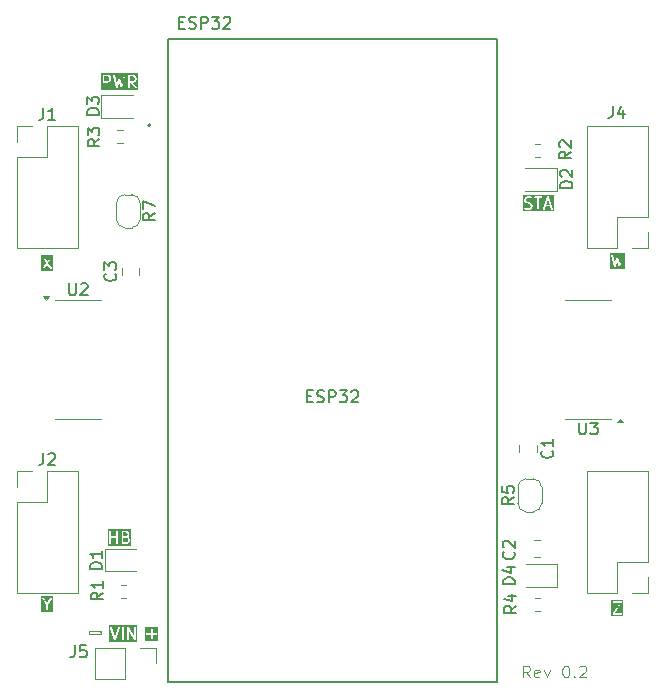
<source format=gbr>
%TF.GenerationSoftware,KiCad,Pcbnew,9.0.0*%
%TF.CreationDate,2025-03-14T15:45:12-07:00*%
%TF.ProjectId,TouchDRO,546f7563-6844-4524-9f2e-6b696361645f,0.2*%
%TF.SameCoordinates,Original*%
%TF.FileFunction,Legend,Top*%
%TF.FilePolarity,Positive*%
%FSLAX46Y46*%
G04 Gerber Fmt 4.6, Leading zero omitted, Abs format (unit mm)*
G04 Created by KiCad (PCBNEW 9.0.0) date 2025-03-14 15:45:12*
%MOMM*%
%LPD*%
G01*
G04 APERTURE LIST*
%ADD10C,0.150000*%
%ADD11C,0.125000*%
%ADD12C,0.120000*%
%ADD13C,0.127000*%
%ADD14C,0.200000*%
G04 APERTURE END LIST*
D10*
G36*
X58932489Y-89211621D02*
G01*
X57801244Y-89211621D01*
X57801244Y-88631367D01*
X57912355Y-88631367D01*
X57912355Y-88660631D01*
X57923554Y-88687667D01*
X57944246Y-88708359D01*
X57971282Y-88719558D01*
X57985914Y-88720999D01*
X58291866Y-88720999D01*
X58291866Y-89026951D01*
X58293307Y-89041583D01*
X58304506Y-89068619D01*
X58325198Y-89089311D01*
X58352234Y-89100510D01*
X58381498Y-89100510D01*
X58408534Y-89089311D01*
X58429226Y-89068619D01*
X58440425Y-89041583D01*
X58441866Y-89026951D01*
X58441866Y-88720999D01*
X58747819Y-88720999D01*
X58762451Y-88719558D01*
X58789487Y-88708359D01*
X58810179Y-88687667D01*
X58821378Y-88660631D01*
X58821378Y-88631367D01*
X58810179Y-88604331D01*
X58789487Y-88583639D01*
X58762451Y-88572440D01*
X58747819Y-88570999D01*
X58441866Y-88570999D01*
X58441866Y-88265047D01*
X58440425Y-88250415D01*
X58429226Y-88223379D01*
X58408534Y-88202687D01*
X58381498Y-88191488D01*
X58352234Y-88191488D01*
X58325198Y-88202687D01*
X58304506Y-88223379D01*
X58293307Y-88250415D01*
X58291866Y-88265047D01*
X58291866Y-88570999D01*
X57985914Y-88570999D01*
X57971282Y-88572440D01*
X57944246Y-88583639D01*
X57923554Y-88604331D01*
X57912355Y-88631367D01*
X57801244Y-88631367D01*
X57801244Y-88080377D01*
X58932489Y-88080377D01*
X58932489Y-89211621D01*
G37*
D11*
X90384571Y-92327119D02*
X90051238Y-91850928D01*
X89813143Y-92327119D02*
X89813143Y-91327119D01*
X89813143Y-91327119D02*
X90194095Y-91327119D01*
X90194095Y-91327119D02*
X90289333Y-91374738D01*
X90289333Y-91374738D02*
X90336952Y-91422357D01*
X90336952Y-91422357D02*
X90384571Y-91517595D01*
X90384571Y-91517595D02*
X90384571Y-91660452D01*
X90384571Y-91660452D02*
X90336952Y-91755690D01*
X90336952Y-91755690D02*
X90289333Y-91803309D01*
X90289333Y-91803309D02*
X90194095Y-91850928D01*
X90194095Y-91850928D02*
X89813143Y-91850928D01*
X91194095Y-92279500D02*
X91098857Y-92327119D01*
X91098857Y-92327119D02*
X90908381Y-92327119D01*
X90908381Y-92327119D02*
X90813143Y-92279500D01*
X90813143Y-92279500D02*
X90765524Y-92184261D01*
X90765524Y-92184261D02*
X90765524Y-91803309D01*
X90765524Y-91803309D02*
X90813143Y-91708071D01*
X90813143Y-91708071D02*
X90908381Y-91660452D01*
X90908381Y-91660452D02*
X91098857Y-91660452D01*
X91098857Y-91660452D02*
X91194095Y-91708071D01*
X91194095Y-91708071D02*
X91241714Y-91803309D01*
X91241714Y-91803309D02*
X91241714Y-91898547D01*
X91241714Y-91898547D02*
X90765524Y-91993785D01*
X91575048Y-91660452D02*
X91813143Y-92327119D01*
X91813143Y-92327119D02*
X92051238Y-91660452D01*
X93384572Y-91327119D02*
X93479810Y-91327119D01*
X93479810Y-91327119D02*
X93575048Y-91374738D01*
X93575048Y-91374738D02*
X93622667Y-91422357D01*
X93622667Y-91422357D02*
X93670286Y-91517595D01*
X93670286Y-91517595D02*
X93717905Y-91708071D01*
X93717905Y-91708071D02*
X93717905Y-91946166D01*
X93717905Y-91946166D02*
X93670286Y-92136642D01*
X93670286Y-92136642D02*
X93622667Y-92231880D01*
X93622667Y-92231880D02*
X93575048Y-92279500D01*
X93575048Y-92279500D02*
X93479810Y-92327119D01*
X93479810Y-92327119D02*
X93384572Y-92327119D01*
X93384572Y-92327119D02*
X93289334Y-92279500D01*
X93289334Y-92279500D02*
X93241715Y-92231880D01*
X93241715Y-92231880D02*
X93194096Y-92136642D01*
X93194096Y-92136642D02*
X93146477Y-91946166D01*
X93146477Y-91946166D02*
X93146477Y-91708071D01*
X93146477Y-91708071D02*
X93194096Y-91517595D01*
X93194096Y-91517595D02*
X93241715Y-91422357D01*
X93241715Y-91422357D02*
X93289334Y-91374738D01*
X93289334Y-91374738D02*
X93384572Y-91327119D01*
X94146477Y-92231880D02*
X94194096Y-92279500D01*
X94194096Y-92279500D02*
X94146477Y-92327119D01*
X94146477Y-92327119D02*
X94098858Y-92279500D01*
X94098858Y-92279500D02*
X94146477Y-92231880D01*
X94146477Y-92231880D02*
X94146477Y-92327119D01*
X94575048Y-91422357D02*
X94622667Y-91374738D01*
X94622667Y-91374738D02*
X94717905Y-91327119D01*
X94717905Y-91327119D02*
X94956000Y-91327119D01*
X94956000Y-91327119D02*
X95051238Y-91374738D01*
X95051238Y-91374738D02*
X95098857Y-91422357D01*
X95098857Y-91422357D02*
X95146476Y-91517595D01*
X95146476Y-91517595D02*
X95146476Y-91612833D01*
X95146476Y-91612833D02*
X95098857Y-91755690D01*
X95098857Y-91755690D02*
X94527429Y-92327119D01*
X94527429Y-92327119D02*
X95146476Y-92327119D01*
D10*
G36*
X54159621Y-88758244D02*
G01*
X53028377Y-88758244D01*
X53028377Y-88557501D01*
X53139488Y-88557501D01*
X53139488Y-88586765D01*
X53150687Y-88613801D01*
X53171379Y-88634493D01*
X53198415Y-88645692D01*
X53213047Y-88647133D01*
X53974951Y-88647133D01*
X53989583Y-88645692D01*
X54016619Y-88634493D01*
X54037311Y-88613801D01*
X54048510Y-88586765D01*
X54048510Y-88557501D01*
X54037311Y-88530465D01*
X54016619Y-88509773D01*
X53989583Y-88498574D01*
X53974951Y-88497133D01*
X53213047Y-88497133D01*
X53198415Y-88498574D01*
X53171379Y-88509773D01*
X53150687Y-88530465D01*
X53139488Y-88557501D01*
X53028377Y-88557501D01*
X53028377Y-88386022D01*
X54159621Y-88386022D01*
X54159621Y-88758244D01*
G37*
X92260380Y-73115466D02*
X92308000Y-73163085D01*
X92308000Y-73163085D02*
X92355619Y-73305942D01*
X92355619Y-73305942D02*
X92355619Y-73401180D01*
X92355619Y-73401180D02*
X92308000Y-73544037D01*
X92308000Y-73544037D02*
X92212761Y-73639275D01*
X92212761Y-73639275D02*
X92117523Y-73686894D01*
X92117523Y-73686894D02*
X91927047Y-73734513D01*
X91927047Y-73734513D02*
X91784190Y-73734513D01*
X91784190Y-73734513D02*
X91593714Y-73686894D01*
X91593714Y-73686894D02*
X91498476Y-73639275D01*
X91498476Y-73639275D02*
X91403238Y-73544037D01*
X91403238Y-73544037D02*
X91355619Y-73401180D01*
X91355619Y-73401180D02*
X91355619Y-73305942D01*
X91355619Y-73305942D02*
X91403238Y-73163085D01*
X91403238Y-73163085D02*
X91450857Y-73115466D01*
X92355619Y-72163085D02*
X92355619Y-72734513D01*
X92355619Y-72448799D02*
X91355619Y-72448799D01*
X91355619Y-72448799D02*
X91498476Y-72544037D01*
X91498476Y-72544037D02*
X91593714Y-72639275D01*
X91593714Y-72639275D02*
X91641333Y-72734513D01*
X53896419Y-44680094D02*
X52896419Y-44680094D01*
X52896419Y-44680094D02*
X52896419Y-44441999D01*
X52896419Y-44441999D02*
X52944038Y-44299142D01*
X52944038Y-44299142D02*
X53039276Y-44203904D01*
X53039276Y-44203904D02*
X53134514Y-44156285D01*
X53134514Y-44156285D02*
X53324990Y-44108666D01*
X53324990Y-44108666D02*
X53467847Y-44108666D01*
X53467847Y-44108666D02*
X53658323Y-44156285D01*
X53658323Y-44156285D02*
X53753561Y-44203904D01*
X53753561Y-44203904D02*
X53848800Y-44299142D01*
X53848800Y-44299142D02*
X53896419Y-44441999D01*
X53896419Y-44441999D02*
X53896419Y-44680094D01*
X52896419Y-43775332D02*
X52896419Y-43156285D01*
X52896419Y-43156285D02*
X53277371Y-43489618D01*
X53277371Y-43489618D02*
X53277371Y-43346761D01*
X53277371Y-43346761D02*
X53324990Y-43251523D01*
X53324990Y-43251523D02*
X53372609Y-43203904D01*
X53372609Y-43203904D02*
X53467847Y-43156285D01*
X53467847Y-43156285D02*
X53705942Y-43156285D01*
X53705942Y-43156285D02*
X53801180Y-43203904D01*
X53801180Y-43203904D02*
X53848800Y-43251523D01*
X53848800Y-43251523D02*
X53896419Y-43346761D01*
X53896419Y-43346761D02*
X53896419Y-43632475D01*
X53896419Y-43632475D02*
X53848800Y-43727713D01*
X53848800Y-43727713D02*
X53801180Y-43775332D01*
G36*
X56867287Y-41474077D02*
G01*
X56897694Y-41504484D01*
X56931952Y-41573000D01*
X56931952Y-41680447D01*
X56897694Y-41748963D01*
X56867287Y-41779370D01*
X56798771Y-41813628D01*
X56510524Y-41813628D01*
X56510524Y-41439819D01*
X56798771Y-41439819D01*
X56867287Y-41474077D01*
G37*
G36*
X54724430Y-41474077D02*
G01*
X54754837Y-41504484D01*
X54789095Y-41573000D01*
X54789095Y-41680447D01*
X54754837Y-41748963D01*
X54724430Y-41779370D01*
X54655914Y-41813628D01*
X54367667Y-41813628D01*
X54367667Y-41439819D01*
X54655914Y-41439819D01*
X54724430Y-41474077D01*
G37*
G36*
X57193063Y-42550913D02*
G01*
X54106556Y-42550913D01*
X54106556Y-41364819D01*
X54217667Y-41364819D01*
X54217667Y-42364819D01*
X54219108Y-42379451D01*
X54230307Y-42406487D01*
X54250999Y-42427179D01*
X54278035Y-42438378D01*
X54307299Y-42438378D01*
X54334335Y-42427179D01*
X54355027Y-42406487D01*
X54366226Y-42379451D01*
X54367667Y-42364819D01*
X54367667Y-41963628D01*
X54673619Y-41963628D01*
X54688251Y-41962187D01*
X54690740Y-41961155D01*
X54693428Y-41960965D01*
X54707160Y-41955710D01*
X54802398Y-41908091D01*
X54808697Y-41904126D01*
X54810525Y-41903369D01*
X54812581Y-41901680D01*
X54814841Y-41900259D01*
X54816140Y-41898760D01*
X54821890Y-41894042D01*
X54869509Y-41846423D01*
X54874227Y-41840673D01*
X54875726Y-41839374D01*
X54877147Y-41837114D01*
X54878836Y-41835058D01*
X54879593Y-41833230D01*
X54883558Y-41826931D01*
X54931177Y-41731693D01*
X54936432Y-41717962D01*
X54936623Y-41715272D01*
X54937654Y-41712784D01*
X54939095Y-41698152D01*
X54939095Y-41555295D01*
X54937654Y-41540663D01*
X54936623Y-41538174D01*
X54936432Y-41535485D01*
X54931177Y-41521754D01*
X54883558Y-41426516D01*
X54879593Y-41420216D01*
X54878836Y-41418389D01*
X54877147Y-41416332D01*
X54875726Y-41414073D01*
X54874227Y-41412773D01*
X54869509Y-41407024D01*
X54830108Y-41367623D01*
X55122481Y-41367623D01*
X55124469Y-41382191D01*
X55362564Y-42382191D01*
X55364293Y-42387210D01*
X55364533Y-42389012D01*
X55365475Y-42390640D01*
X55367354Y-42396091D01*
X55373740Y-42404915D01*
X55379195Y-42414337D01*
X55382252Y-42416677D01*
X55384511Y-42419798D01*
X55393786Y-42425505D01*
X55402433Y-42432124D01*
X55406153Y-42433116D01*
X55409433Y-42435134D01*
X55420187Y-42436858D01*
X55430709Y-42439664D01*
X55434524Y-42439157D01*
X55438328Y-42439767D01*
X55448926Y-42437243D01*
X55459717Y-42435810D01*
X55463048Y-42433881D01*
X55466796Y-42432989D01*
X55475620Y-42426602D01*
X55485042Y-42421148D01*
X55487382Y-42418090D01*
X55490503Y-42415832D01*
X55496210Y-42406556D01*
X55502829Y-42397910D01*
X55504854Y-42392510D01*
X55505839Y-42390910D01*
X55506126Y-42389118D01*
X55507992Y-42384144D01*
X55625999Y-41941613D01*
X55744008Y-42384144D01*
X55745873Y-42389119D01*
X55746161Y-42390910D01*
X55747145Y-42392509D01*
X55749171Y-42397911D01*
X55755791Y-42406559D01*
X55761497Y-42415832D01*
X55764617Y-42418090D01*
X55766958Y-42421148D01*
X55776379Y-42426602D01*
X55785204Y-42432989D01*
X55788951Y-42433881D01*
X55792283Y-42435810D01*
X55803076Y-42437244D01*
X55813672Y-42439767D01*
X55817473Y-42439157D01*
X55821292Y-42439665D01*
X55831823Y-42436856D01*
X55842567Y-42435134D01*
X55845843Y-42433118D01*
X55849567Y-42432125D01*
X55858217Y-42425503D01*
X55867489Y-42419798D01*
X55869747Y-42416677D01*
X55872805Y-42414337D01*
X55878260Y-42404914D01*
X55884646Y-42396091D01*
X55886523Y-42390642D01*
X55887467Y-42389013D01*
X55887706Y-42387209D01*
X55889436Y-42382191D01*
X56127532Y-41382191D01*
X56129520Y-41367623D01*
X56129070Y-41364819D01*
X56360524Y-41364819D01*
X56360524Y-42364819D01*
X56361965Y-42379451D01*
X56373164Y-42406487D01*
X56393856Y-42427179D01*
X56420892Y-42438378D01*
X56450156Y-42438378D01*
X56477192Y-42427179D01*
X56497884Y-42406487D01*
X56509083Y-42379451D01*
X56510524Y-42364819D01*
X56510524Y-41963628D01*
X56634570Y-41963628D01*
X56945510Y-42407829D01*
X56955081Y-42418989D01*
X56979760Y-42434716D01*
X57008577Y-42439802D01*
X57037148Y-42433472D01*
X57061122Y-42416690D01*
X57076849Y-42392012D01*
X57081934Y-42363194D01*
X57075605Y-42334623D01*
X57068395Y-42321810D01*
X56817591Y-41963518D01*
X56831108Y-41962187D01*
X56833597Y-41961155D01*
X56836285Y-41960965D01*
X56850017Y-41955710D01*
X56945255Y-41908091D01*
X56951554Y-41904126D01*
X56953382Y-41903369D01*
X56955438Y-41901680D01*
X56957698Y-41900259D01*
X56958997Y-41898760D01*
X56964747Y-41894042D01*
X57012366Y-41846423D01*
X57017084Y-41840673D01*
X57018583Y-41839374D01*
X57020004Y-41837114D01*
X57021693Y-41835058D01*
X57022450Y-41833230D01*
X57026415Y-41826931D01*
X57074034Y-41731693D01*
X57079289Y-41717962D01*
X57079480Y-41715272D01*
X57080511Y-41712784D01*
X57081952Y-41698152D01*
X57081952Y-41555295D01*
X57080511Y-41540663D01*
X57079480Y-41538174D01*
X57079289Y-41535485D01*
X57074034Y-41521754D01*
X57026415Y-41426516D01*
X57022450Y-41420216D01*
X57021693Y-41418389D01*
X57020004Y-41416332D01*
X57018583Y-41414073D01*
X57017084Y-41412773D01*
X57012366Y-41407024D01*
X56964747Y-41359405D01*
X56958997Y-41354686D01*
X56957698Y-41353188D01*
X56955438Y-41351766D01*
X56953382Y-41350078D01*
X56951554Y-41349320D01*
X56945255Y-41345356D01*
X56850017Y-41297737D01*
X56836285Y-41292482D01*
X56833597Y-41292291D01*
X56831108Y-41291260D01*
X56816476Y-41289819D01*
X56435524Y-41289819D01*
X56420892Y-41291260D01*
X56393856Y-41302459D01*
X56373164Y-41323151D01*
X56361965Y-41350187D01*
X56360524Y-41364819D01*
X56129070Y-41364819D01*
X56124887Y-41338728D01*
X56109551Y-41313806D01*
X56085844Y-41296650D01*
X56057376Y-41289871D01*
X56028481Y-41294504D01*
X56003559Y-41309840D01*
X55986402Y-41333547D01*
X55981612Y-41347448D01*
X55812359Y-42058303D01*
X55698468Y-41631208D01*
X55697182Y-41627780D01*
X55696991Y-41626339D01*
X55695999Y-41624626D01*
X55693305Y-41617442D01*
X55687290Y-41609583D01*
X55682329Y-41601015D01*
X55678470Y-41598061D01*
X55675518Y-41594204D01*
X55666953Y-41589245D01*
X55659091Y-41583227D01*
X55654394Y-41581974D01*
X55650193Y-41579542D01*
X55640386Y-41578239D01*
X55630816Y-41575687D01*
X55625997Y-41576327D01*
X55621185Y-41575688D01*
X55611624Y-41578237D01*
X55601807Y-41579542D01*
X55597601Y-41581976D01*
X55592909Y-41583228D01*
X55585049Y-41589243D01*
X55576482Y-41594204D01*
X55573528Y-41598062D01*
X55569671Y-41601015D01*
X55564712Y-41609580D01*
X55558695Y-41617441D01*
X55555998Y-41624630D01*
X55555009Y-41626340D01*
X55554817Y-41627779D01*
X55553532Y-41631208D01*
X55439640Y-42058303D01*
X55270389Y-41347447D01*
X55265599Y-41333547D01*
X55248442Y-41309840D01*
X55223520Y-41294504D01*
X55194625Y-41289871D01*
X55166157Y-41296649D01*
X55142450Y-41313806D01*
X55127114Y-41338728D01*
X55122481Y-41367623D01*
X54830108Y-41367623D01*
X54821890Y-41359405D01*
X54816140Y-41354686D01*
X54814841Y-41353188D01*
X54812581Y-41351766D01*
X54810525Y-41350078D01*
X54808697Y-41349320D01*
X54802398Y-41345356D01*
X54707160Y-41297737D01*
X54693428Y-41292482D01*
X54690740Y-41292291D01*
X54688251Y-41291260D01*
X54673619Y-41289819D01*
X54292667Y-41289819D01*
X54278035Y-41291260D01*
X54250999Y-41302459D01*
X54230307Y-41323151D01*
X54219108Y-41350187D01*
X54217667Y-41364819D01*
X54106556Y-41364819D01*
X54106556Y-41178708D01*
X57193063Y-41178708D01*
X57193063Y-42550913D01*
G37*
X54150419Y-83135694D02*
X53150419Y-83135694D01*
X53150419Y-83135694D02*
X53150419Y-82897599D01*
X53150419Y-82897599D02*
X53198038Y-82754742D01*
X53198038Y-82754742D02*
X53293276Y-82659504D01*
X53293276Y-82659504D02*
X53388514Y-82611885D01*
X53388514Y-82611885D02*
X53578990Y-82564266D01*
X53578990Y-82564266D02*
X53721847Y-82564266D01*
X53721847Y-82564266D02*
X53912323Y-82611885D01*
X53912323Y-82611885D02*
X54007561Y-82659504D01*
X54007561Y-82659504D02*
X54102800Y-82754742D01*
X54102800Y-82754742D02*
X54150419Y-82897599D01*
X54150419Y-82897599D02*
X54150419Y-83135694D01*
X54150419Y-81611885D02*
X54150419Y-82183313D01*
X54150419Y-81897599D02*
X53150419Y-81897599D01*
X53150419Y-81897599D02*
X53293276Y-81992837D01*
X53293276Y-81992837D02*
X53388514Y-82088075D01*
X53388514Y-82088075D02*
X53436133Y-82183313D01*
G36*
X56323581Y-80562180D02*
G01*
X56350075Y-80588674D01*
X56384333Y-80657190D01*
X56384333Y-80764637D01*
X56350074Y-80833153D01*
X56319667Y-80863561D01*
X56251152Y-80897819D01*
X55962905Y-80897819D01*
X55962905Y-80524009D01*
X56209068Y-80524009D01*
X56323581Y-80562180D01*
G37*
G36*
X56272049Y-80082077D02*
G01*
X56302456Y-80112484D01*
X56336714Y-80181000D01*
X56336714Y-80240828D01*
X56302456Y-80309344D01*
X56272049Y-80339751D01*
X56203533Y-80374009D01*
X55962905Y-80374009D01*
X55962905Y-80047819D01*
X56203533Y-80047819D01*
X56272049Y-80082077D01*
G37*
G36*
X56645444Y-81158930D02*
G01*
X54654175Y-81158930D01*
X54654175Y-79972819D01*
X54765286Y-79972819D01*
X54765286Y-80972819D01*
X54766727Y-80987451D01*
X54777926Y-81014487D01*
X54798618Y-81035179D01*
X54825654Y-81046378D01*
X54854918Y-81046378D01*
X54881954Y-81035179D01*
X54902646Y-81014487D01*
X54913845Y-80987451D01*
X54915286Y-80972819D01*
X54915286Y-80524009D01*
X55336714Y-80524009D01*
X55336714Y-80972819D01*
X55338155Y-80987451D01*
X55349354Y-81014487D01*
X55370046Y-81035179D01*
X55397082Y-81046378D01*
X55426346Y-81046378D01*
X55453382Y-81035179D01*
X55474074Y-81014487D01*
X55485273Y-80987451D01*
X55486714Y-80972819D01*
X55486714Y-79972819D01*
X55812905Y-79972819D01*
X55812905Y-80972819D01*
X55814346Y-80987451D01*
X55825545Y-81014487D01*
X55846237Y-81035179D01*
X55873273Y-81046378D01*
X55887905Y-81047819D01*
X56268857Y-81047819D01*
X56283489Y-81046378D01*
X56285978Y-81045346D01*
X56288666Y-81045156D01*
X56302398Y-81039901D01*
X56397636Y-80992282D01*
X56403935Y-80988317D01*
X56405763Y-80987560D01*
X56407819Y-80985872D01*
X56410079Y-80984450D01*
X56411379Y-80982950D01*
X56417129Y-80978232D01*
X56464747Y-80930613D01*
X56469465Y-80924863D01*
X56470964Y-80923564D01*
X56472385Y-80921305D01*
X56474075Y-80919247D01*
X56474832Y-80917417D01*
X56478796Y-80911121D01*
X56526415Y-80815883D01*
X56531670Y-80802152D01*
X56531861Y-80799462D01*
X56532892Y-80796974D01*
X56534333Y-80782342D01*
X56534333Y-80639485D01*
X56532892Y-80624853D01*
X56531861Y-80622364D01*
X56531670Y-80619675D01*
X56526415Y-80605944D01*
X56478796Y-80510706D01*
X56474831Y-80504406D01*
X56474074Y-80502579D01*
X56472385Y-80500522D01*
X56470964Y-80498263D01*
X56469465Y-80496963D01*
X56464747Y-80491214D01*
X56417128Y-80443595D01*
X56405763Y-80434268D01*
X56403272Y-80433236D01*
X56401237Y-80431471D01*
X56395169Y-80428762D01*
X56417128Y-80406804D01*
X56421846Y-80401054D01*
X56423345Y-80399755D01*
X56424766Y-80397495D01*
X56426455Y-80395439D01*
X56427212Y-80393611D01*
X56431177Y-80387312D01*
X56478796Y-80292074D01*
X56484051Y-80278343D01*
X56484242Y-80275653D01*
X56485273Y-80273165D01*
X56486714Y-80258533D01*
X56486714Y-80163295D01*
X56485273Y-80148663D01*
X56484242Y-80146174D01*
X56484051Y-80143485D01*
X56478796Y-80129754D01*
X56431177Y-80034516D01*
X56427212Y-80028216D01*
X56426455Y-80026389D01*
X56424766Y-80024332D01*
X56423345Y-80022073D01*
X56421846Y-80020773D01*
X56417128Y-80015024D01*
X56369509Y-79967405D01*
X56363759Y-79962686D01*
X56362460Y-79961188D01*
X56360200Y-79959766D01*
X56358144Y-79958078D01*
X56356316Y-79957320D01*
X56350017Y-79953356D01*
X56254779Y-79905737D01*
X56241047Y-79900482D01*
X56238359Y-79900291D01*
X56235870Y-79899260D01*
X56221238Y-79897819D01*
X55887905Y-79897819D01*
X55873273Y-79899260D01*
X55846237Y-79910459D01*
X55825545Y-79931151D01*
X55814346Y-79958187D01*
X55812905Y-79972819D01*
X55486714Y-79972819D01*
X55485273Y-79958187D01*
X55474074Y-79931151D01*
X55453382Y-79910459D01*
X55426346Y-79899260D01*
X55397082Y-79899260D01*
X55370046Y-79910459D01*
X55349354Y-79931151D01*
X55338155Y-79958187D01*
X55336714Y-79972819D01*
X55336714Y-80374009D01*
X54915286Y-80374009D01*
X54915286Y-79972819D01*
X54913845Y-79958187D01*
X54902646Y-79931151D01*
X54881954Y-79910459D01*
X54854918Y-79899260D01*
X54825654Y-79899260D01*
X54798618Y-79910459D01*
X54777926Y-79931151D01*
X54766727Y-79958187D01*
X54765286Y-79972819D01*
X54654175Y-79972819D01*
X54654175Y-79786708D01*
X56645444Y-79786708D01*
X56645444Y-81158930D01*
G37*
X97405866Y-43955619D02*
X97405866Y-44669904D01*
X97405866Y-44669904D02*
X97358247Y-44812761D01*
X97358247Y-44812761D02*
X97263009Y-44908000D01*
X97263009Y-44908000D02*
X97120152Y-44955619D01*
X97120152Y-44955619D02*
X97024914Y-44955619D01*
X98310628Y-44288952D02*
X98310628Y-44955619D01*
X98072533Y-43908000D02*
X97834438Y-44622285D01*
X97834438Y-44622285D02*
X98453485Y-44622285D01*
G36*
X98404631Y-57740078D02*
G01*
X97175370Y-57740078D01*
X97175370Y-56556823D01*
X97286481Y-56556823D01*
X97288469Y-56571391D01*
X97526564Y-57571391D01*
X97528293Y-57576410D01*
X97528533Y-57578212D01*
X97529475Y-57579840D01*
X97531354Y-57585291D01*
X97537740Y-57594115D01*
X97543195Y-57603537D01*
X97546252Y-57605877D01*
X97548511Y-57608998D01*
X97557786Y-57614705D01*
X97566433Y-57621324D01*
X97570153Y-57622316D01*
X97573433Y-57624334D01*
X97584187Y-57626058D01*
X97594709Y-57628864D01*
X97598524Y-57628357D01*
X97602328Y-57628967D01*
X97612926Y-57626443D01*
X97623717Y-57625010D01*
X97627048Y-57623081D01*
X97630796Y-57622189D01*
X97639620Y-57615802D01*
X97649042Y-57610348D01*
X97651382Y-57607290D01*
X97654503Y-57605032D01*
X97660210Y-57595756D01*
X97666829Y-57587110D01*
X97668854Y-57581710D01*
X97669839Y-57580110D01*
X97670126Y-57578318D01*
X97671992Y-57573344D01*
X97789999Y-57130813D01*
X97908008Y-57573344D01*
X97909873Y-57578319D01*
X97910161Y-57580110D01*
X97911145Y-57581709D01*
X97913171Y-57587111D01*
X97919791Y-57595759D01*
X97925497Y-57605032D01*
X97928617Y-57607290D01*
X97930958Y-57610348D01*
X97940379Y-57615802D01*
X97949204Y-57622189D01*
X97952951Y-57623081D01*
X97956283Y-57625010D01*
X97967076Y-57626444D01*
X97977672Y-57628967D01*
X97981473Y-57628357D01*
X97985292Y-57628865D01*
X97995823Y-57626056D01*
X98006567Y-57624334D01*
X98009843Y-57622318D01*
X98013567Y-57621325D01*
X98022217Y-57614703D01*
X98031489Y-57608998D01*
X98033747Y-57605877D01*
X98036805Y-57603537D01*
X98042260Y-57594114D01*
X98048646Y-57585291D01*
X98050523Y-57579842D01*
X98051467Y-57578213D01*
X98051706Y-57576409D01*
X98053436Y-57571391D01*
X98291532Y-56571391D01*
X98293520Y-56556823D01*
X98288887Y-56527928D01*
X98273551Y-56503006D01*
X98249844Y-56485850D01*
X98221376Y-56479071D01*
X98192481Y-56483704D01*
X98167559Y-56499040D01*
X98150402Y-56522747D01*
X98145612Y-56536648D01*
X97976359Y-57247503D01*
X97862468Y-56820408D01*
X97861182Y-56816980D01*
X97860991Y-56815539D01*
X97859999Y-56813826D01*
X97857305Y-56806642D01*
X97851290Y-56798783D01*
X97846329Y-56790215D01*
X97842470Y-56787261D01*
X97839518Y-56783404D01*
X97830953Y-56778445D01*
X97823091Y-56772427D01*
X97818394Y-56771174D01*
X97814193Y-56768742D01*
X97804386Y-56767439D01*
X97794816Y-56764887D01*
X97789997Y-56765527D01*
X97785185Y-56764888D01*
X97775624Y-56767437D01*
X97765807Y-56768742D01*
X97761601Y-56771176D01*
X97756909Y-56772428D01*
X97749049Y-56778443D01*
X97740482Y-56783404D01*
X97737528Y-56787262D01*
X97733671Y-56790215D01*
X97728712Y-56798780D01*
X97722695Y-56806641D01*
X97719998Y-56813830D01*
X97719009Y-56815540D01*
X97718817Y-56816979D01*
X97717532Y-56820408D01*
X97603640Y-57247503D01*
X97434389Y-56536647D01*
X97429599Y-56522747D01*
X97412442Y-56499040D01*
X97387520Y-56483704D01*
X97358625Y-56479071D01*
X97330157Y-56485849D01*
X97306450Y-56503006D01*
X97291114Y-56527928D01*
X97286481Y-56556823D01*
X97175370Y-56556823D01*
X97175370Y-56367960D01*
X98404631Y-56367960D01*
X98404631Y-57740078D01*
G37*
X60692143Y-36876009D02*
X61025476Y-36876009D01*
X61168333Y-37399819D02*
X60692143Y-37399819D01*
X60692143Y-37399819D02*
X60692143Y-36399819D01*
X60692143Y-36399819D02*
X61168333Y-36399819D01*
X61549286Y-37352200D02*
X61692143Y-37399819D01*
X61692143Y-37399819D02*
X61930238Y-37399819D01*
X61930238Y-37399819D02*
X62025476Y-37352200D01*
X62025476Y-37352200D02*
X62073095Y-37304580D01*
X62073095Y-37304580D02*
X62120714Y-37209342D01*
X62120714Y-37209342D02*
X62120714Y-37114104D01*
X62120714Y-37114104D02*
X62073095Y-37018866D01*
X62073095Y-37018866D02*
X62025476Y-36971247D01*
X62025476Y-36971247D02*
X61930238Y-36923628D01*
X61930238Y-36923628D02*
X61739762Y-36876009D01*
X61739762Y-36876009D02*
X61644524Y-36828390D01*
X61644524Y-36828390D02*
X61596905Y-36780771D01*
X61596905Y-36780771D02*
X61549286Y-36685533D01*
X61549286Y-36685533D02*
X61549286Y-36590295D01*
X61549286Y-36590295D02*
X61596905Y-36495057D01*
X61596905Y-36495057D02*
X61644524Y-36447438D01*
X61644524Y-36447438D02*
X61739762Y-36399819D01*
X61739762Y-36399819D02*
X61977857Y-36399819D01*
X61977857Y-36399819D02*
X62120714Y-36447438D01*
X62549286Y-37399819D02*
X62549286Y-36399819D01*
X62549286Y-36399819D02*
X62930238Y-36399819D01*
X62930238Y-36399819D02*
X63025476Y-36447438D01*
X63025476Y-36447438D02*
X63073095Y-36495057D01*
X63073095Y-36495057D02*
X63120714Y-36590295D01*
X63120714Y-36590295D02*
X63120714Y-36733152D01*
X63120714Y-36733152D02*
X63073095Y-36828390D01*
X63073095Y-36828390D02*
X63025476Y-36876009D01*
X63025476Y-36876009D02*
X62930238Y-36923628D01*
X62930238Y-36923628D02*
X62549286Y-36923628D01*
X63454048Y-36399819D02*
X64073095Y-36399819D01*
X64073095Y-36399819D02*
X63739762Y-36780771D01*
X63739762Y-36780771D02*
X63882619Y-36780771D01*
X63882619Y-36780771D02*
X63977857Y-36828390D01*
X63977857Y-36828390D02*
X64025476Y-36876009D01*
X64025476Y-36876009D02*
X64073095Y-36971247D01*
X64073095Y-36971247D02*
X64073095Y-37209342D01*
X64073095Y-37209342D02*
X64025476Y-37304580D01*
X64025476Y-37304580D02*
X63977857Y-37352200D01*
X63977857Y-37352200D02*
X63882619Y-37399819D01*
X63882619Y-37399819D02*
X63596905Y-37399819D01*
X63596905Y-37399819D02*
X63501667Y-37352200D01*
X63501667Y-37352200D02*
X63454048Y-37304580D01*
X64454048Y-36495057D02*
X64501667Y-36447438D01*
X64501667Y-36447438D02*
X64596905Y-36399819D01*
X64596905Y-36399819D02*
X64835000Y-36399819D01*
X64835000Y-36399819D02*
X64930238Y-36447438D01*
X64930238Y-36447438D02*
X64977857Y-36495057D01*
X64977857Y-36495057D02*
X65025476Y-36590295D01*
X65025476Y-36590295D02*
X65025476Y-36685533D01*
X65025476Y-36685533D02*
X64977857Y-36828390D01*
X64977857Y-36828390D02*
X64406429Y-37399819D01*
X64406429Y-37399819D02*
X65025476Y-37399819D01*
X71517143Y-68511009D02*
X71850476Y-68511009D01*
X71993333Y-69034819D02*
X71517143Y-69034819D01*
X71517143Y-69034819D02*
X71517143Y-68034819D01*
X71517143Y-68034819D02*
X71993333Y-68034819D01*
X72374286Y-68987200D02*
X72517143Y-69034819D01*
X72517143Y-69034819D02*
X72755238Y-69034819D01*
X72755238Y-69034819D02*
X72850476Y-68987200D01*
X72850476Y-68987200D02*
X72898095Y-68939580D01*
X72898095Y-68939580D02*
X72945714Y-68844342D01*
X72945714Y-68844342D02*
X72945714Y-68749104D01*
X72945714Y-68749104D02*
X72898095Y-68653866D01*
X72898095Y-68653866D02*
X72850476Y-68606247D01*
X72850476Y-68606247D02*
X72755238Y-68558628D01*
X72755238Y-68558628D02*
X72564762Y-68511009D01*
X72564762Y-68511009D02*
X72469524Y-68463390D01*
X72469524Y-68463390D02*
X72421905Y-68415771D01*
X72421905Y-68415771D02*
X72374286Y-68320533D01*
X72374286Y-68320533D02*
X72374286Y-68225295D01*
X72374286Y-68225295D02*
X72421905Y-68130057D01*
X72421905Y-68130057D02*
X72469524Y-68082438D01*
X72469524Y-68082438D02*
X72564762Y-68034819D01*
X72564762Y-68034819D02*
X72802857Y-68034819D01*
X72802857Y-68034819D02*
X72945714Y-68082438D01*
X73374286Y-69034819D02*
X73374286Y-68034819D01*
X73374286Y-68034819D02*
X73755238Y-68034819D01*
X73755238Y-68034819D02*
X73850476Y-68082438D01*
X73850476Y-68082438D02*
X73898095Y-68130057D01*
X73898095Y-68130057D02*
X73945714Y-68225295D01*
X73945714Y-68225295D02*
X73945714Y-68368152D01*
X73945714Y-68368152D02*
X73898095Y-68463390D01*
X73898095Y-68463390D02*
X73850476Y-68511009D01*
X73850476Y-68511009D02*
X73755238Y-68558628D01*
X73755238Y-68558628D02*
X73374286Y-68558628D01*
X74279048Y-68034819D02*
X74898095Y-68034819D01*
X74898095Y-68034819D02*
X74564762Y-68415771D01*
X74564762Y-68415771D02*
X74707619Y-68415771D01*
X74707619Y-68415771D02*
X74802857Y-68463390D01*
X74802857Y-68463390D02*
X74850476Y-68511009D01*
X74850476Y-68511009D02*
X74898095Y-68606247D01*
X74898095Y-68606247D02*
X74898095Y-68844342D01*
X74898095Y-68844342D02*
X74850476Y-68939580D01*
X74850476Y-68939580D02*
X74802857Y-68987200D01*
X74802857Y-68987200D02*
X74707619Y-69034819D01*
X74707619Y-69034819D02*
X74421905Y-69034819D01*
X74421905Y-69034819D02*
X74326667Y-68987200D01*
X74326667Y-68987200D02*
X74279048Y-68939580D01*
X75279048Y-68130057D02*
X75326667Y-68082438D01*
X75326667Y-68082438D02*
X75421905Y-68034819D01*
X75421905Y-68034819D02*
X75660000Y-68034819D01*
X75660000Y-68034819D02*
X75755238Y-68082438D01*
X75755238Y-68082438D02*
X75802857Y-68130057D01*
X75802857Y-68130057D02*
X75850476Y-68225295D01*
X75850476Y-68225295D02*
X75850476Y-68320533D01*
X75850476Y-68320533D02*
X75802857Y-68463390D01*
X75802857Y-68463390D02*
X75231429Y-69034819D01*
X75231429Y-69034819D02*
X75850476Y-69034819D01*
X53947219Y-46750266D02*
X53471028Y-47083599D01*
X53947219Y-47321694D02*
X52947219Y-47321694D01*
X52947219Y-47321694D02*
X52947219Y-46940742D01*
X52947219Y-46940742D02*
X52994838Y-46845504D01*
X52994838Y-46845504D02*
X53042457Y-46797885D01*
X53042457Y-46797885D02*
X53137695Y-46750266D01*
X53137695Y-46750266D02*
X53280552Y-46750266D01*
X53280552Y-46750266D02*
X53375790Y-46797885D01*
X53375790Y-46797885D02*
X53423409Y-46845504D01*
X53423409Y-46845504D02*
X53471028Y-46940742D01*
X53471028Y-46940742D02*
X53471028Y-47321694D01*
X52947219Y-46416932D02*
X52947219Y-45797885D01*
X52947219Y-45797885D02*
X53328171Y-46131218D01*
X53328171Y-46131218D02*
X53328171Y-45988361D01*
X53328171Y-45988361D02*
X53375790Y-45893123D01*
X53375790Y-45893123D02*
X53423409Y-45845504D01*
X53423409Y-45845504D02*
X53518647Y-45797885D01*
X53518647Y-45797885D02*
X53756742Y-45797885D01*
X53756742Y-45797885D02*
X53851980Y-45845504D01*
X53851980Y-45845504D02*
X53899600Y-45893123D01*
X53899600Y-45893123D02*
X53947219Y-45988361D01*
X53947219Y-45988361D02*
X53947219Y-46274075D01*
X53947219Y-46274075D02*
X53899600Y-46369313D01*
X53899600Y-46369313D02*
X53851980Y-46416932D01*
X49196666Y-44114819D02*
X49196666Y-44829104D01*
X49196666Y-44829104D02*
X49149047Y-44971961D01*
X49149047Y-44971961D02*
X49053809Y-45067200D01*
X49053809Y-45067200D02*
X48910952Y-45114819D01*
X48910952Y-45114819D02*
X48815714Y-45114819D01*
X50196666Y-45114819D02*
X49625238Y-45114819D01*
X49910952Y-45114819D02*
X49910952Y-44114819D01*
X49910952Y-44114819D02*
X49815714Y-44257676D01*
X49815714Y-44257676D02*
X49720476Y-44352914D01*
X49720476Y-44352914D02*
X49625238Y-44400533D01*
G36*
X50049444Y-57917930D02*
G01*
X49010556Y-57917930D01*
X49010556Y-56731740D01*
X49121667Y-56731740D01*
X49127346Y-56760448D01*
X49134263Y-56773421D01*
X49439861Y-57231819D01*
X49134263Y-57690217D01*
X49127346Y-57703190D01*
X49121667Y-57731898D01*
X49127406Y-57760592D01*
X49143689Y-57784907D01*
X49168038Y-57801140D01*
X49196746Y-57806819D01*
X49225440Y-57801080D01*
X49249755Y-57784797D01*
X49259071Y-57773421D01*
X49530000Y-57367027D01*
X49800929Y-57773421D01*
X49810245Y-57784797D01*
X49834560Y-57801080D01*
X49863254Y-57806819D01*
X49891962Y-57801140D01*
X49916311Y-57784907D01*
X49932594Y-57760592D01*
X49938333Y-57731898D01*
X49932654Y-57703190D01*
X49925737Y-57690216D01*
X49620139Y-57231819D01*
X49925737Y-56773422D01*
X49932654Y-56760448D01*
X49938333Y-56731740D01*
X49932594Y-56703046D01*
X49916311Y-56678731D01*
X49891962Y-56662498D01*
X49863254Y-56656819D01*
X49834560Y-56662558D01*
X49810245Y-56678841D01*
X49800929Y-56690217D01*
X49530000Y-57096610D01*
X49259071Y-56690217D01*
X49249755Y-56678841D01*
X49225440Y-56662558D01*
X49196746Y-56656819D01*
X49168038Y-56662498D01*
X49143689Y-56678731D01*
X49127406Y-56703046D01*
X49121667Y-56731740D01*
X49010556Y-56731740D01*
X49010556Y-56545708D01*
X50049444Y-56545708D01*
X50049444Y-57917930D01*
G37*
X93977619Y-50877694D02*
X92977619Y-50877694D01*
X92977619Y-50877694D02*
X92977619Y-50639599D01*
X92977619Y-50639599D02*
X93025238Y-50496742D01*
X93025238Y-50496742D02*
X93120476Y-50401504D01*
X93120476Y-50401504D02*
X93215714Y-50353885D01*
X93215714Y-50353885D02*
X93406190Y-50306266D01*
X93406190Y-50306266D02*
X93549047Y-50306266D01*
X93549047Y-50306266D02*
X93739523Y-50353885D01*
X93739523Y-50353885D02*
X93834761Y-50401504D01*
X93834761Y-50401504D02*
X93930000Y-50496742D01*
X93930000Y-50496742D02*
X93977619Y-50639599D01*
X93977619Y-50639599D02*
X93977619Y-50877694D01*
X93072857Y-49925313D02*
X93025238Y-49877694D01*
X93025238Y-49877694D02*
X92977619Y-49782456D01*
X92977619Y-49782456D02*
X92977619Y-49544361D01*
X92977619Y-49544361D02*
X93025238Y-49449123D01*
X93025238Y-49449123D02*
X93072857Y-49401504D01*
X93072857Y-49401504D02*
X93168095Y-49353885D01*
X93168095Y-49353885D02*
X93263333Y-49353885D01*
X93263333Y-49353885D02*
X93406190Y-49401504D01*
X93406190Y-49401504D02*
X93977619Y-49972932D01*
X93977619Y-49972932D02*
X93977619Y-49353885D01*
G36*
X92050181Y-52291104D02*
G01*
X91782105Y-52291104D01*
X91916143Y-51888989D01*
X92050181Y-52291104D01*
G37*
G36*
X92434998Y-52837930D02*
G01*
X89777651Y-52837930D01*
X89777651Y-51842295D01*
X89888762Y-51842295D01*
X89888762Y-51937533D01*
X89890203Y-51952165D01*
X89891234Y-51954654D01*
X89891425Y-51957342D01*
X89896680Y-51971074D01*
X89944299Y-52066312D01*
X89948263Y-52072611D01*
X89949021Y-52074439D01*
X89950709Y-52076495D01*
X89952131Y-52078755D01*
X89953629Y-52080054D01*
X89958348Y-52085804D01*
X90005967Y-52133423D01*
X90011716Y-52138141D01*
X90013016Y-52139640D01*
X90015275Y-52141061D01*
X90017332Y-52142750D01*
X90019159Y-52143507D01*
X90025459Y-52147472D01*
X90120697Y-52195091D01*
X90121766Y-52195500D01*
X90122202Y-52195823D01*
X90128338Y-52198015D01*
X90134428Y-52200346D01*
X90134968Y-52200384D01*
X90136048Y-52200770D01*
X90318538Y-52246392D01*
X90395525Y-52284886D01*
X90425932Y-52315293D01*
X90460190Y-52383809D01*
X90460190Y-52443637D01*
X90425931Y-52512153D01*
X90395524Y-52542561D01*
X90327009Y-52576819D01*
X90118789Y-52576819D01*
X89987479Y-52533049D01*
X89973142Y-52529789D01*
X89943952Y-52531864D01*
X89917779Y-52544950D01*
X89898605Y-52567057D01*
X89889351Y-52594820D01*
X89891426Y-52624010D01*
X89904512Y-52650183D01*
X89926619Y-52669357D01*
X89940045Y-52675351D01*
X90082901Y-52722970D01*
X90090156Y-52724619D01*
X90091987Y-52725378D01*
X90094640Y-52725639D01*
X90097238Y-52726230D01*
X90099212Y-52726089D01*
X90106619Y-52726819D01*
X90344714Y-52726819D01*
X90359346Y-52725378D01*
X90361835Y-52724346D01*
X90364523Y-52724156D01*
X90378255Y-52718901D01*
X90473493Y-52671282D01*
X90479792Y-52667317D01*
X90481620Y-52666560D01*
X90483676Y-52664872D01*
X90485936Y-52663450D01*
X90487236Y-52661950D01*
X90492986Y-52657232D01*
X90540604Y-52609613D01*
X90545322Y-52603863D01*
X90546821Y-52602564D01*
X90548242Y-52600305D01*
X90549932Y-52598247D01*
X90550689Y-52596417D01*
X90554653Y-52590121D01*
X90602272Y-52494883D01*
X90607527Y-52481152D01*
X90607718Y-52478462D01*
X90608749Y-52475974D01*
X90610190Y-52461342D01*
X90610190Y-52366104D01*
X90608749Y-52351472D01*
X90607718Y-52348983D01*
X90607527Y-52346294D01*
X90602272Y-52332563D01*
X90554653Y-52237325D01*
X90550688Y-52231025D01*
X90549931Y-52229198D01*
X90548242Y-52227141D01*
X90546821Y-52224882D01*
X90545322Y-52223582D01*
X90540604Y-52217833D01*
X90492985Y-52170214D01*
X90487235Y-52165495D01*
X90485936Y-52163997D01*
X90483676Y-52162575D01*
X90481620Y-52160887D01*
X90479792Y-52160129D01*
X90473493Y-52156165D01*
X90378255Y-52108546D01*
X90377185Y-52108136D01*
X90376750Y-52107814D01*
X90370604Y-52105618D01*
X90364523Y-52103291D01*
X90363983Y-52103252D01*
X90362904Y-52102867D01*
X90180414Y-52057244D01*
X90103427Y-52018751D01*
X90073020Y-51988344D01*
X90038762Y-51919828D01*
X90038762Y-51860000D01*
X90073020Y-51791484D01*
X90103427Y-51761077D01*
X90171943Y-51726819D01*
X90380163Y-51726819D01*
X90511472Y-51770589D01*
X90525809Y-51773849D01*
X90554999Y-51771774D01*
X90581173Y-51758688D01*
X90600347Y-51736580D01*
X90609601Y-51708818D01*
X90607526Y-51679628D01*
X90594439Y-51653455D01*
X90575683Y-51637187D01*
X90747346Y-51637187D01*
X90747346Y-51666451D01*
X90758545Y-51693487D01*
X90779237Y-51714179D01*
X90806273Y-51725378D01*
X90820905Y-51726819D01*
X91031619Y-51726819D01*
X91031619Y-52651819D01*
X91033060Y-52666451D01*
X91044259Y-52693487D01*
X91064951Y-52714179D01*
X91091987Y-52725378D01*
X91121251Y-52725378D01*
X91148287Y-52714179D01*
X91168979Y-52693487D01*
X91180178Y-52666451D01*
X91181619Y-52651819D01*
X91181619Y-52642439D01*
X91508399Y-52642439D01*
X91510474Y-52671629D01*
X91523560Y-52697802D01*
X91545667Y-52716976D01*
X91573430Y-52726230D01*
X91602620Y-52724155D01*
X91628793Y-52711069D01*
X91647967Y-52688962D01*
X91653961Y-52675536D01*
X91732105Y-52441104D01*
X92100181Y-52441104D01*
X92178325Y-52675536D01*
X92184319Y-52688961D01*
X92203493Y-52711068D01*
X92229666Y-52724155D01*
X92258856Y-52726230D01*
X92286618Y-52716976D01*
X92308726Y-52697802D01*
X92321812Y-52671628D01*
X92323887Y-52642438D01*
X92320627Y-52628102D01*
X91987294Y-51628102D01*
X91981300Y-51614676D01*
X91977788Y-51610627D01*
X91975393Y-51605836D01*
X91968289Y-51599674D01*
X91962126Y-51592569D01*
X91957332Y-51590172D01*
X91953285Y-51586662D01*
X91944363Y-51583688D01*
X91935953Y-51579483D01*
X91930608Y-51579103D01*
X91925523Y-51577408D01*
X91916143Y-51578074D01*
X91906763Y-51577408D01*
X91901677Y-51579103D01*
X91896333Y-51579483D01*
X91887925Y-51583687D01*
X91879000Y-51586662D01*
X91874949Y-51590175D01*
X91870160Y-51592570D01*
X91864001Y-51599670D01*
X91856893Y-51605836D01*
X91854496Y-51610629D01*
X91850986Y-51614677D01*
X91844992Y-51628102D01*
X91511659Y-52628102D01*
X91508399Y-52642439D01*
X91181619Y-52642439D01*
X91181619Y-51726819D01*
X91392333Y-51726819D01*
X91406965Y-51725378D01*
X91434001Y-51714179D01*
X91454693Y-51693487D01*
X91465892Y-51666451D01*
X91465892Y-51637187D01*
X91454693Y-51610151D01*
X91434001Y-51589459D01*
X91406965Y-51578260D01*
X91392333Y-51576819D01*
X90820905Y-51576819D01*
X90806273Y-51578260D01*
X90779237Y-51589459D01*
X90758545Y-51610151D01*
X90747346Y-51637187D01*
X90575683Y-51637187D01*
X90572332Y-51634281D01*
X90558907Y-51628287D01*
X90416050Y-51580668D01*
X90408796Y-51579018D01*
X90406965Y-51578260D01*
X90404310Y-51577998D01*
X90401713Y-51577408D01*
X90399738Y-51577548D01*
X90392333Y-51576819D01*
X90154238Y-51576819D01*
X90139606Y-51578260D01*
X90137117Y-51579290D01*
X90134428Y-51579482D01*
X90120697Y-51584737D01*
X90025459Y-51632356D01*
X90019159Y-51636320D01*
X90017332Y-51637078D01*
X90015275Y-51638766D01*
X90013016Y-51640188D01*
X90011716Y-51641686D01*
X90005967Y-51646405D01*
X89958348Y-51694024D01*
X89953629Y-51699773D01*
X89952131Y-51701073D01*
X89950709Y-51703332D01*
X89949021Y-51705389D01*
X89948263Y-51707216D01*
X89944299Y-51713516D01*
X89896680Y-51808754D01*
X89891425Y-51822486D01*
X89891234Y-51825173D01*
X89890203Y-51827663D01*
X89888762Y-51842295D01*
X89777651Y-51842295D01*
X89777651Y-51465708D01*
X92434998Y-51465708D01*
X92434998Y-52837930D01*
G37*
X55270780Y-58129466D02*
X55318400Y-58177085D01*
X55318400Y-58177085D02*
X55366019Y-58319942D01*
X55366019Y-58319942D02*
X55366019Y-58415180D01*
X55366019Y-58415180D02*
X55318400Y-58558037D01*
X55318400Y-58558037D02*
X55223161Y-58653275D01*
X55223161Y-58653275D02*
X55127923Y-58700894D01*
X55127923Y-58700894D02*
X54937447Y-58748513D01*
X54937447Y-58748513D02*
X54794590Y-58748513D01*
X54794590Y-58748513D02*
X54604114Y-58700894D01*
X54604114Y-58700894D02*
X54508876Y-58653275D01*
X54508876Y-58653275D02*
X54413638Y-58558037D01*
X54413638Y-58558037D02*
X54366019Y-58415180D01*
X54366019Y-58415180D02*
X54366019Y-58319942D01*
X54366019Y-58319942D02*
X54413638Y-58177085D01*
X54413638Y-58177085D02*
X54461257Y-58129466D01*
X54366019Y-57796132D02*
X54366019Y-57177085D01*
X54366019Y-57177085D02*
X54746971Y-57510418D01*
X54746971Y-57510418D02*
X54746971Y-57367561D01*
X54746971Y-57367561D02*
X54794590Y-57272323D01*
X54794590Y-57272323D02*
X54842209Y-57224704D01*
X54842209Y-57224704D02*
X54937447Y-57177085D01*
X54937447Y-57177085D02*
X55175542Y-57177085D01*
X55175542Y-57177085D02*
X55270780Y-57224704D01*
X55270780Y-57224704D02*
X55318400Y-57272323D01*
X55318400Y-57272323D02*
X55366019Y-57367561D01*
X55366019Y-57367561D02*
X55366019Y-57653275D01*
X55366019Y-57653275D02*
X55318400Y-57748513D01*
X55318400Y-57748513D02*
X55270780Y-57796132D01*
X49191666Y-73334819D02*
X49191666Y-74049104D01*
X49191666Y-74049104D02*
X49144047Y-74191961D01*
X49144047Y-74191961D02*
X49048809Y-74287200D01*
X49048809Y-74287200D02*
X48905952Y-74334819D01*
X48905952Y-74334819D02*
X48810714Y-74334819D01*
X49620238Y-73430057D02*
X49667857Y-73382438D01*
X49667857Y-73382438D02*
X49763095Y-73334819D01*
X49763095Y-73334819D02*
X50001190Y-73334819D01*
X50001190Y-73334819D02*
X50096428Y-73382438D01*
X50096428Y-73382438D02*
X50144047Y-73430057D01*
X50144047Y-73430057D02*
X50191666Y-73525295D01*
X50191666Y-73525295D02*
X50191666Y-73620533D01*
X50191666Y-73620533D02*
X50144047Y-73763390D01*
X50144047Y-73763390D02*
X49572619Y-74334819D01*
X49572619Y-74334819D02*
X50191666Y-74334819D01*
G36*
X50044425Y-86799489D02*
G01*
X49005575Y-86799489D01*
X49005575Y-85613145D01*
X49116686Y-85613145D01*
X49121753Y-85641967D01*
X49128392Y-85655085D01*
X49450000Y-86160469D01*
X49450000Y-86614819D01*
X49451441Y-86629451D01*
X49462640Y-86656487D01*
X49483332Y-86677179D01*
X49510368Y-86688378D01*
X49539632Y-86688378D01*
X49566668Y-86677179D01*
X49587360Y-86656487D01*
X49598559Y-86629451D01*
X49600000Y-86614819D01*
X49600000Y-86160468D01*
X49921608Y-85655084D01*
X49928248Y-85641966D01*
X49933314Y-85613145D01*
X49926966Y-85584579D01*
X49910170Y-85560615D01*
X49885481Y-85544904D01*
X49856659Y-85539838D01*
X49828093Y-85546186D01*
X49804130Y-85562982D01*
X49795058Y-85574553D01*
X49524999Y-85998930D01*
X49254942Y-85574553D01*
X49245870Y-85562983D01*
X49221907Y-85546186D01*
X49193341Y-85539838D01*
X49164519Y-85544905D01*
X49139831Y-85560616D01*
X49123034Y-85584579D01*
X49116686Y-85613145D01*
X49005575Y-85613145D01*
X49005575Y-85428727D01*
X50044425Y-85428727D01*
X50044425Y-86799489D01*
G37*
X51373095Y-58959819D02*
X51373095Y-59769342D01*
X51373095Y-59769342D02*
X51420714Y-59864580D01*
X51420714Y-59864580D02*
X51468333Y-59912200D01*
X51468333Y-59912200D02*
X51563571Y-59959819D01*
X51563571Y-59959819D02*
X51754047Y-59959819D01*
X51754047Y-59959819D02*
X51849285Y-59912200D01*
X51849285Y-59912200D02*
X51896904Y-59864580D01*
X51896904Y-59864580D02*
X51944523Y-59769342D01*
X51944523Y-59769342D02*
X51944523Y-58959819D01*
X52373095Y-59055057D02*
X52420714Y-59007438D01*
X52420714Y-59007438D02*
X52515952Y-58959819D01*
X52515952Y-58959819D02*
X52754047Y-58959819D01*
X52754047Y-58959819D02*
X52849285Y-59007438D01*
X52849285Y-59007438D02*
X52896904Y-59055057D01*
X52896904Y-59055057D02*
X52944523Y-59150295D01*
X52944523Y-59150295D02*
X52944523Y-59245533D01*
X52944523Y-59245533D02*
X52896904Y-59388390D01*
X52896904Y-59388390D02*
X52325476Y-59959819D01*
X52325476Y-59959819D02*
X52944523Y-59959819D01*
X94553095Y-70759819D02*
X94553095Y-71569342D01*
X94553095Y-71569342D02*
X94600714Y-71664580D01*
X94600714Y-71664580D02*
X94648333Y-71712200D01*
X94648333Y-71712200D02*
X94743571Y-71759819D01*
X94743571Y-71759819D02*
X94934047Y-71759819D01*
X94934047Y-71759819D02*
X95029285Y-71712200D01*
X95029285Y-71712200D02*
X95076904Y-71664580D01*
X95076904Y-71664580D02*
X95124523Y-71569342D01*
X95124523Y-71569342D02*
X95124523Y-70759819D01*
X95505476Y-70759819D02*
X96124523Y-70759819D01*
X96124523Y-70759819D02*
X95791190Y-71140771D01*
X95791190Y-71140771D02*
X95934047Y-71140771D01*
X95934047Y-71140771D02*
X96029285Y-71188390D01*
X96029285Y-71188390D02*
X96076904Y-71236009D01*
X96076904Y-71236009D02*
X96124523Y-71331247D01*
X96124523Y-71331247D02*
X96124523Y-71569342D01*
X96124523Y-71569342D02*
X96076904Y-71664580D01*
X96076904Y-71664580D02*
X96029285Y-71712200D01*
X96029285Y-71712200D02*
X95934047Y-71759819D01*
X95934047Y-71759819D02*
X95648333Y-71759819D01*
X95648333Y-71759819D02*
X95553095Y-71712200D01*
X95553095Y-71712200D02*
X95505476Y-71664580D01*
X89028019Y-77067466D02*
X88551828Y-77400799D01*
X89028019Y-77638894D02*
X88028019Y-77638894D01*
X88028019Y-77638894D02*
X88028019Y-77257942D01*
X88028019Y-77257942D02*
X88075638Y-77162704D01*
X88075638Y-77162704D02*
X88123257Y-77115085D01*
X88123257Y-77115085D02*
X88218495Y-77067466D01*
X88218495Y-77067466D02*
X88361352Y-77067466D01*
X88361352Y-77067466D02*
X88456590Y-77115085D01*
X88456590Y-77115085D02*
X88504209Y-77162704D01*
X88504209Y-77162704D02*
X88551828Y-77257942D01*
X88551828Y-77257942D02*
X88551828Y-77638894D01*
X88028019Y-76162704D02*
X88028019Y-76638894D01*
X88028019Y-76638894D02*
X88504209Y-76686513D01*
X88504209Y-76686513D02*
X88456590Y-76638894D01*
X88456590Y-76638894D02*
X88408971Y-76543656D01*
X88408971Y-76543656D02*
X88408971Y-76305561D01*
X88408971Y-76305561D02*
X88456590Y-76210323D01*
X88456590Y-76210323D02*
X88504209Y-76162704D01*
X88504209Y-76162704D02*
X88599447Y-76115085D01*
X88599447Y-76115085D02*
X88837542Y-76115085D01*
X88837542Y-76115085D02*
X88932780Y-76162704D01*
X88932780Y-76162704D02*
X88980400Y-76210323D01*
X88980400Y-76210323D02*
X89028019Y-76305561D01*
X89028019Y-76305561D02*
X89028019Y-76543656D01*
X89028019Y-76543656D02*
X88980400Y-76638894D01*
X88980400Y-76638894D02*
X88932780Y-76686513D01*
X51863666Y-89624819D02*
X51863666Y-90339104D01*
X51863666Y-90339104D02*
X51816047Y-90481961D01*
X51816047Y-90481961D02*
X51720809Y-90577200D01*
X51720809Y-90577200D02*
X51577952Y-90624819D01*
X51577952Y-90624819D02*
X51482714Y-90624819D01*
X52816047Y-89624819D02*
X52339857Y-89624819D01*
X52339857Y-89624819D02*
X52292238Y-90101009D01*
X52292238Y-90101009D02*
X52339857Y-90053390D01*
X52339857Y-90053390D02*
X52435095Y-90005771D01*
X52435095Y-90005771D02*
X52673190Y-90005771D01*
X52673190Y-90005771D02*
X52768428Y-90053390D01*
X52768428Y-90053390D02*
X52816047Y-90101009D01*
X52816047Y-90101009D02*
X52863666Y-90196247D01*
X52863666Y-90196247D02*
X52863666Y-90434342D01*
X52863666Y-90434342D02*
X52816047Y-90529580D01*
X52816047Y-90529580D02*
X52768428Y-90577200D01*
X52768428Y-90577200D02*
X52673190Y-90624819D01*
X52673190Y-90624819D02*
X52435095Y-90624819D01*
X52435095Y-90624819D02*
X52339857Y-90577200D01*
X52339857Y-90577200D02*
X52292238Y-90529580D01*
G36*
X57145491Y-89286747D02*
G01*
X54726240Y-89286747D01*
X54726240Y-88110199D01*
X54837351Y-88110199D01*
X54840611Y-88124536D01*
X55173944Y-89124536D01*
X55179938Y-89137961D01*
X55183448Y-89142008D01*
X55185845Y-89146802D01*
X55192953Y-89152967D01*
X55199112Y-89160068D01*
X55203901Y-89162462D01*
X55207952Y-89165976D01*
X55216877Y-89168950D01*
X55225285Y-89173155D01*
X55230629Y-89173534D01*
X55235715Y-89175230D01*
X55245095Y-89174563D01*
X55254475Y-89175230D01*
X55259560Y-89173534D01*
X55264905Y-89173155D01*
X55273315Y-89168949D01*
X55282237Y-89165976D01*
X55286284Y-89162465D01*
X55291078Y-89160069D01*
X55297241Y-89152963D01*
X55304345Y-89146802D01*
X55306740Y-89142010D01*
X55310252Y-89137962D01*
X55316246Y-89124536D01*
X55649579Y-88124536D01*
X55652839Y-88110200D01*
X55652172Y-88100819D01*
X55836762Y-88100819D01*
X55836762Y-89100819D01*
X55838203Y-89115451D01*
X55849402Y-89142487D01*
X55870094Y-89163179D01*
X55897130Y-89174378D01*
X55926394Y-89174378D01*
X55953430Y-89163179D01*
X55974122Y-89142487D01*
X55985321Y-89115451D01*
X55986762Y-89100819D01*
X55986762Y-88100819D01*
X56312952Y-88100819D01*
X56312952Y-89100819D01*
X56314393Y-89115451D01*
X56325592Y-89142487D01*
X56346284Y-89163179D01*
X56373320Y-89174378D01*
X56402584Y-89174378D01*
X56429620Y-89163179D01*
X56450312Y-89142487D01*
X56461511Y-89115451D01*
X56462952Y-89100819D01*
X56462952Y-88383235D01*
X56894262Y-89138030D01*
X56896451Y-89141114D01*
X56897020Y-89142487D01*
X56898417Y-89143884D01*
X56902772Y-89150019D01*
X56910660Y-89156127D01*
X56917712Y-89163179D01*
X56922130Y-89165009D01*
X56925910Y-89167936D01*
X56935531Y-89170560D01*
X56944748Y-89174378D01*
X56949529Y-89174378D01*
X56954141Y-89175636D01*
X56964038Y-89174378D01*
X56974012Y-89174378D01*
X56978427Y-89172548D01*
X56983171Y-89171946D01*
X56991835Y-89166995D01*
X57001048Y-89163179D01*
X57004426Y-89159800D01*
X57008580Y-89157427D01*
X57014689Y-89149537D01*
X57021740Y-89142487D01*
X57023569Y-89138070D01*
X57026497Y-89134290D01*
X57029121Y-89124666D01*
X57032939Y-89115451D01*
X57033675Y-89107968D01*
X57034197Y-89106058D01*
X57034009Y-89104582D01*
X57034380Y-89100819D01*
X57034380Y-88100819D01*
X57032939Y-88086187D01*
X57021740Y-88059151D01*
X57001048Y-88038459D01*
X56974012Y-88027260D01*
X56944748Y-88027260D01*
X56917712Y-88038459D01*
X56897020Y-88059151D01*
X56885821Y-88086187D01*
X56884380Y-88100819D01*
X56884380Y-88818402D01*
X56453070Y-88063609D01*
X56450881Y-88060525D01*
X56450312Y-88059151D01*
X56448912Y-88057751D01*
X56444560Y-88051619D01*
X56436670Y-88045509D01*
X56429620Y-88038459D01*
X56425203Y-88036629D01*
X56421423Y-88033702D01*
X56411799Y-88031077D01*
X56402584Y-88027260D01*
X56397803Y-88027260D01*
X56393191Y-88026002D01*
X56383294Y-88027260D01*
X56373320Y-88027260D01*
X56368904Y-88029089D01*
X56364161Y-88029692D01*
X56355496Y-88034642D01*
X56346284Y-88038459D01*
X56342905Y-88041837D01*
X56338752Y-88044211D01*
X56332642Y-88052100D01*
X56325592Y-88059151D01*
X56323762Y-88063567D01*
X56320835Y-88067348D01*
X56318210Y-88076971D01*
X56314393Y-88086187D01*
X56313656Y-88093669D01*
X56313135Y-88095580D01*
X56313322Y-88097055D01*
X56312952Y-88100819D01*
X55986762Y-88100819D01*
X55985321Y-88086187D01*
X55974122Y-88059151D01*
X55953430Y-88038459D01*
X55926394Y-88027260D01*
X55897130Y-88027260D01*
X55870094Y-88038459D01*
X55849402Y-88059151D01*
X55838203Y-88086187D01*
X55836762Y-88100819D01*
X55652172Y-88100819D01*
X55650764Y-88081010D01*
X55637678Y-88054836D01*
X55615570Y-88035662D01*
X55587808Y-88026408D01*
X55558618Y-88028483D01*
X55532445Y-88041570D01*
X55513271Y-88063677D01*
X55507277Y-88077102D01*
X55245095Y-88863648D01*
X54982913Y-88077102D01*
X54976919Y-88063676D01*
X54957745Y-88041569D01*
X54931572Y-88028483D01*
X54902382Y-88026408D01*
X54874619Y-88035662D01*
X54852512Y-88054836D01*
X54839426Y-88081009D01*
X54837351Y-88110199D01*
X54726240Y-88110199D01*
X54726240Y-87914891D01*
X57145491Y-87914891D01*
X57145491Y-89286747D01*
G37*
G36*
X98309444Y-87127930D02*
G01*
X97270556Y-87127930D01*
X97270556Y-86941898D01*
X97381667Y-86941898D01*
X97383108Y-86949102D01*
X97383108Y-86956451D01*
X97385949Y-86963311D01*
X97387406Y-86970592D01*
X97391494Y-86976697D01*
X97394307Y-86983487D01*
X97399557Y-86988737D01*
X97403689Y-86994907D01*
X97409803Y-86998983D01*
X97414999Y-87004179D01*
X97421859Y-87007020D01*
X97428038Y-87011140D01*
X97435246Y-87012565D01*
X97442035Y-87015378D01*
X97456667Y-87016819D01*
X97456746Y-87016819D01*
X98123333Y-87016819D01*
X98137965Y-87015378D01*
X98165001Y-87004179D01*
X98185693Y-86983487D01*
X98196892Y-86956451D01*
X98196892Y-86927187D01*
X98185693Y-86900151D01*
X98165001Y-86879459D01*
X98137965Y-86868260D01*
X98123333Y-86866819D01*
X97596806Y-86866819D01*
X98185737Y-85983422D01*
X98192654Y-85970448D01*
X98194079Y-85963239D01*
X98196892Y-85956451D01*
X98196892Y-85949024D01*
X98198333Y-85941740D01*
X98196892Y-85934535D01*
X98196892Y-85927187D01*
X98194050Y-85920326D01*
X98192594Y-85913046D01*
X98188505Y-85906940D01*
X98185693Y-85900151D01*
X98180442Y-85894900D01*
X98176311Y-85888731D01*
X98170196Y-85884654D01*
X98165001Y-85879459D01*
X98158140Y-85876617D01*
X98151962Y-85872498D01*
X98144753Y-85871072D01*
X98137965Y-85868260D01*
X98123333Y-85866819D01*
X97456667Y-85866819D01*
X97442035Y-85868260D01*
X97414999Y-85879459D01*
X97394307Y-85900151D01*
X97383108Y-85927187D01*
X97383108Y-85956451D01*
X97394307Y-85983487D01*
X97414999Y-86004179D01*
X97442035Y-86015378D01*
X97456667Y-86016819D01*
X97983194Y-86016819D01*
X97394263Y-86900217D01*
X97387346Y-86913190D01*
X97385920Y-86920398D01*
X97383108Y-86927187D01*
X97383108Y-86934613D01*
X97381667Y-86941898D01*
X97270556Y-86941898D01*
X97270556Y-85755708D01*
X98309444Y-85755708D01*
X98309444Y-87127930D01*
G37*
X58642819Y-53013666D02*
X58166628Y-53346999D01*
X58642819Y-53585094D02*
X57642819Y-53585094D01*
X57642819Y-53585094D02*
X57642819Y-53204142D01*
X57642819Y-53204142D02*
X57690438Y-53108904D01*
X57690438Y-53108904D02*
X57738057Y-53061285D01*
X57738057Y-53061285D02*
X57833295Y-53013666D01*
X57833295Y-53013666D02*
X57976152Y-53013666D01*
X57976152Y-53013666D02*
X58071390Y-53061285D01*
X58071390Y-53061285D02*
X58119009Y-53108904D01*
X58119009Y-53108904D02*
X58166628Y-53204142D01*
X58166628Y-53204142D02*
X58166628Y-53585094D01*
X57642819Y-52680332D02*
X57642819Y-52013666D01*
X57642819Y-52013666D02*
X58642819Y-52442237D01*
X93876019Y-47817066D02*
X93399828Y-48150399D01*
X93876019Y-48388494D02*
X92876019Y-48388494D01*
X92876019Y-48388494D02*
X92876019Y-48007542D01*
X92876019Y-48007542D02*
X92923638Y-47912304D01*
X92923638Y-47912304D02*
X92971257Y-47864685D01*
X92971257Y-47864685D02*
X93066495Y-47817066D01*
X93066495Y-47817066D02*
X93209352Y-47817066D01*
X93209352Y-47817066D02*
X93304590Y-47864685D01*
X93304590Y-47864685D02*
X93352209Y-47912304D01*
X93352209Y-47912304D02*
X93399828Y-48007542D01*
X93399828Y-48007542D02*
X93399828Y-48388494D01*
X92971257Y-47436113D02*
X92923638Y-47388494D01*
X92923638Y-47388494D02*
X92876019Y-47293256D01*
X92876019Y-47293256D02*
X92876019Y-47055161D01*
X92876019Y-47055161D02*
X92923638Y-46959923D01*
X92923638Y-46959923D02*
X92971257Y-46912304D01*
X92971257Y-46912304D02*
X93066495Y-46864685D01*
X93066495Y-46864685D02*
X93161733Y-46864685D01*
X93161733Y-46864685D02*
X93304590Y-46912304D01*
X93304590Y-46912304D02*
X93876019Y-47483732D01*
X93876019Y-47483732D02*
X93876019Y-46864685D01*
X54252019Y-85155066D02*
X53775828Y-85488399D01*
X54252019Y-85726494D02*
X53252019Y-85726494D01*
X53252019Y-85726494D02*
X53252019Y-85345542D01*
X53252019Y-85345542D02*
X53299638Y-85250304D01*
X53299638Y-85250304D02*
X53347257Y-85202685D01*
X53347257Y-85202685D02*
X53442495Y-85155066D01*
X53442495Y-85155066D02*
X53585352Y-85155066D01*
X53585352Y-85155066D02*
X53680590Y-85202685D01*
X53680590Y-85202685D02*
X53728209Y-85250304D01*
X53728209Y-85250304D02*
X53775828Y-85345542D01*
X53775828Y-85345542D02*
X53775828Y-85726494D01*
X54252019Y-84202685D02*
X54252019Y-84774113D01*
X54252019Y-84488399D02*
X53252019Y-84488399D01*
X53252019Y-84488399D02*
X53394876Y-84583637D01*
X53394876Y-84583637D02*
X53490114Y-84678875D01*
X53490114Y-84678875D02*
X53537733Y-84774113D01*
X89100819Y-84431094D02*
X88100819Y-84431094D01*
X88100819Y-84431094D02*
X88100819Y-84192999D01*
X88100819Y-84192999D02*
X88148438Y-84050142D01*
X88148438Y-84050142D02*
X88243676Y-83954904D01*
X88243676Y-83954904D02*
X88338914Y-83907285D01*
X88338914Y-83907285D02*
X88529390Y-83859666D01*
X88529390Y-83859666D02*
X88672247Y-83859666D01*
X88672247Y-83859666D02*
X88862723Y-83907285D01*
X88862723Y-83907285D02*
X88957961Y-83954904D01*
X88957961Y-83954904D02*
X89053200Y-84050142D01*
X89053200Y-84050142D02*
X89100819Y-84192999D01*
X89100819Y-84192999D02*
X89100819Y-84431094D01*
X88434152Y-83002523D02*
X89100819Y-83002523D01*
X88053200Y-83240618D02*
X88767485Y-83478713D01*
X88767485Y-83478713D02*
X88767485Y-82859666D01*
X89005580Y-81700666D02*
X89053200Y-81748285D01*
X89053200Y-81748285D02*
X89100819Y-81891142D01*
X89100819Y-81891142D02*
X89100819Y-81986380D01*
X89100819Y-81986380D02*
X89053200Y-82129237D01*
X89053200Y-82129237D02*
X88957961Y-82224475D01*
X88957961Y-82224475D02*
X88862723Y-82272094D01*
X88862723Y-82272094D02*
X88672247Y-82319713D01*
X88672247Y-82319713D02*
X88529390Y-82319713D01*
X88529390Y-82319713D02*
X88338914Y-82272094D01*
X88338914Y-82272094D02*
X88243676Y-82224475D01*
X88243676Y-82224475D02*
X88148438Y-82129237D01*
X88148438Y-82129237D02*
X88100819Y-81986380D01*
X88100819Y-81986380D02*
X88100819Y-81891142D01*
X88100819Y-81891142D02*
X88148438Y-81748285D01*
X88148438Y-81748285D02*
X88196057Y-81700666D01*
X88196057Y-81319713D02*
X88148438Y-81272094D01*
X88148438Y-81272094D02*
X88100819Y-81176856D01*
X88100819Y-81176856D02*
X88100819Y-80938761D01*
X88100819Y-80938761D02*
X88148438Y-80843523D01*
X88148438Y-80843523D02*
X88196057Y-80795904D01*
X88196057Y-80795904D02*
X88291295Y-80748285D01*
X88291295Y-80748285D02*
X88386533Y-80748285D01*
X88386533Y-80748285D02*
X88529390Y-80795904D01*
X88529390Y-80795904D02*
X89100819Y-81367332D01*
X89100819Y-81367332D02*
X89100819Y-80748285D01*
X89227819Y-86272666D02*
X88751628Y-86605999D01*
X89227819Y-86844094D02*
X88227819Y-86844094D01*
X88227819Y-86844094D02*
X88227819Y-86463142D01*
X88227819Y-86463142D02*
X88275438Y-86367904D01*
X88275438Y-86367904D02*
X88323057Y-86320285D01*
X88323057Y-86320285D02*
X88418295Y-86272666D01*
X88418295Y-86272666D02*
X88561152Y-86272666D01*
X88561152Y-86272666D02*
X88656390Y-86320285D01*
X88656390Y-86320285D02*
X88704009Y-86367904D01*
X88704009Y-86367904D02*
X88751628Y-86463142D01*
X88751628Y-86463142D02*
X88751628Y-86844094D01*
X88561152Y-85415523D02*
X89227819Y-85415523D01*
X88180200Y-85653618D02*
X88894485Y-85891713D01*
X88894485Y-85891713D02*
X88894485Y-85272666D01*
D12*
%TO.C,C1*%
X89485800Y-72687548D02*
X89485800Y-73210052D01*
X90955800Y-72687548D02*
X90955800Y-73210052D01*
%TO.C,D3*%
X54093400Y-43032800D02*
X54093400Y-44952800D01*
X54093400Y-44952800D02*
X56778400Y-44952800D01*
X56778400Y-43032800D02*
X54093400Y-43032800D01*
%TO.C,D1*%
X54375100Y-81437600D02*
X54375100Y-83357600D01*
X54375100Y-83357600D02*
X57060100Y-83357600D01*
X57060100Y-81437600D02*
X54375100Y-81437600D01*
%TO.C,J4*%
X95190000Y-55940000D02*
X95190000Y-45660000D01*
X97790000Y-53340000D02*
X97790000Y-55940000D01*
X97790000Y-55940000D02*
X95190000Y-55940000D01*
X100390000Y-45660000D02*
X95190000Y-45660000D01*
X100390000Y-53340000D02*
X97790000Y-53340000D01*
X100390000Y-53340000D02*
X100390000Y-45660000D01*
X100390000Y-54610000D02*
X100390000Y-55940000D01*
X100390000Y-55940000D02*
X99060000Y-55940000D01*
D13*
%TO.C,ESP32*%
X59710000Y-38280000D02*
X87610000Y-38280000D01*
X59710000Y-92680000D02*
X59710000Y-38280000D01*
X87610000Y-38280000D02*
X87610000Y-92680000D01*
X87610000Y-92680000D02*
X59710000Y-92680000D01*
D14*
X58260000Y-45580000D02*
G75*
G02*
X58060000Y-45580000I-100000J0D01*
G01*
X58060000Y-45580000D02*
G75*
G02*
X58260000Y-45580000I100000J0D01*
G01*
D12*
%TO.C,R3*%
X55439542Y-46010300D02*
X55914058Y-46010300D01*
X55439542Y-47055300D02*
X55914058Y-47055300D01*
%TO.C,J1*%
X46930000Y-45660000D02*
X48260000Y-45660000D01*
X46930000Y-46990000D02*
X46930000Y-45660000D01*
X46930000Y-48260000D02*
X46930000Y-55940000D01*
X46930000Y-48260000D02*
X49530000Y-48260000D01*
X46930000Y-55940000D02*
X52130000Y-55940000D01*
X49530000Y-45660000D02*
X52130000Y-45660000D01*
X49530000Y-48260000D02*
X49530000Y-45660000D01*
X52130000Y-45660000D02*
X52130000Y-55940000D01*
%TO.C,D2*%
X89982800Y-51150400D02*
X92667800Y-51150400D01*
X92667800Y-49230400D02*
X89982800Y-49230400D01*
X92667800Y-51150400D02*
X92667800Y-49230400D01*
%TO.C,C3*%
X55856200Y-58224052D02*
X55856200Y-57701548D01*
X57326200Y-58224052D02*
X57326200Y-57701548D01*
%TO.C,J2*%
X46925000Y-74880000D02*
X48255000Y-74880000D01*
X46925000Y-76210000D02*
X46925000Y-74880000D01*
X46925000Y-77480000D02*
X46925000Y-85160000D01*
X46925000Y-77480000D02*
X49525000Y-77480000D01*
X46925000Y-85160000D02*
X52125000Y-85160000D01*
X49525000Y-74880000D02*
X52125000Y-74880000D01*
X49525000Y-77480000D02*
X49525000Y-74880000D01*
X52125000Y-74880000D02*
X52125000Y-85160000D01*
%TO.C,U2*%
X52135000Y-60345000D02*
X50185000Y-60345000D01*
X52135000Y-60345000D02*
X54085000Y-60345000D01*
X52135000Y-70465000D02*
X50185000Y-70465000D01*
X52135000Y-70465000D02*
X54085000Y-70465000D01*
X49435000Y-60400000D02*
X49195000Y-60070000D01*
X49675000Y-60070000D01*
X49435000Y-60400000D01*
G36*
X49435000Y-60400000D02*
G01*
X49195000Y-60070000D01*
X49675000Y-60070000D01*
X49435000Y-60400000D01*
G37*
%TO.C,U3*%
X95315000Y-60345000D02*
X93365000Y-60345000D01*
X95315000Y-60345000D02*
X97265000Y-60345000D01*
X95315000Y-70465000D02*
X93365000Y-70465000D01*
X95315000Y-70465000D02*
X97265000Y-70465000D01*
X98255000Y-70740000D02*
X97775000Y-70740000D01*
X98015000Y-70410000D01*
X98255000Y-70740000D01*
G36*
X98255000Y-70740000D02*
G01*
X97775000Y-70740000D01*
X98015000Y-70410000D01*
X98255000Y-70740000D01*
G37*
%TO.C,R5*%
X89373200Y-77600800D02*
X89373200Y-76200800D01*
X90073200Y-75500800D02*
X90673200Y-75500800D01*
X90673200Y-78300800D02*
X90073200Y-78300800D01*
X91373200Y-76200800D02*
X91373200Y-77600800D01*
X89373200Y-76200800D02*
G75*
G02*
X90073200Y-75500800I700000J0D01*
G01*
X90073200Y-78300800D02*
G75*
G02*
X89373200Y-77600800I-1J699999D01*
G01*
X90673200Y-75500800D02*
G75*
G02*
X91373200Y-76200800I0J-700000D01*
G01*
X91373200Y-77600800D02*
G75*
G02*
X90673200Y-78300800I-699999J-1D01*
G01*
%TO.C,J5*%
X53539000Y-89805200D02*
X53539000Y-92465200D01*
X56139000Y-89805200D02*
X53539000Y-89805200D01*
X56139000Y-89805200D02*
X56139000Y-92465200D01*
X56139000Y-92465200D02*
X53539000Y-92465200D01*
X57409000Y-89805200D02*
X58739000Y-89805200D01*
X58739000Y-89805200D02*
X58739000Y-91135200D01*
%TO.C,J3*%
X95190000Y-85150000D02*
X95190000Y-74870000D01*
X97790000Y-82550000D02*
X97790000Y-85150000D01*
X97790000Y-85150000D02*
X95190000Y-85150000D01*
X100390000Y-74870000D02*
X95190000Y-74870000D01*
X100390000Y-82550000D02*
X97790000Y-82550000D01*
X100390000Y-82550000D02*
X100390000Y-74870000D01*
X100390000Y-83820000D02*
X100390000Y-85150000D01*
X100390000Y-85150000D02*
X99060000Y-85150000D01*
%TO.C,R7*%
X55388000Y-53547000D02*
X55388000Y-52147000D01*
X56088000Y-51447000D02*
X56688000Y-51447000D01*
X56688000Y-54247000D02*
X56088000Y-54247000D01*
X57388000Y-52147000D02*
X57388000Y-53547000D01*
X55388000Y-52147000D02*
G75*
G02*
X56088000Y-51447000I699999J1D01*
G01*
X56088000Y-54247000D02*
G75*
G02*
X55388000Y-53547000I0J700000D01*
G01*
X56688000Y-51447000D02*
G75*
G02*
X57388000Y-52147000I1J-699999D01*
G01*
X57388000Y-53547000D02*
G75*
G02*
X56688000Y-54247000I-700000J0D01*
G01*
%TO.C,R2*%
X91270858Y-47178700D02*
X90796342Y-47178700D01*
X91270858Y-48223700D02*
X90796342Y-48223700D01*
%TO.C,R1*%
X55756542Y-84516700D02*
X56231058Y-84516700D01*
X55756542Y-85561700D02*
X56231058Y-85561700D01*
%TO.C,D4*%
X90021400Y-84678400D02*
X92706400Y-84678400D01*
X92706400Y-82758400D02*
X90021400Y-82758400D01*
X92706400Y-84678400D02*
X92706400Y-82758400D01*
%TO.C,C2*%
X90736748Y-80672000D02*
X91259252Y-80672000D01*
X90736748Y-82142000D02*
X91259252Y-82142000D01*
%TO.C,R4*%
X90796342Y-85634300D02*
X91270858Y-85634300D01*
X90796342Y-86679300D02*
X91270858Y-86679300D01*
%TD*%
M02*

</source>
